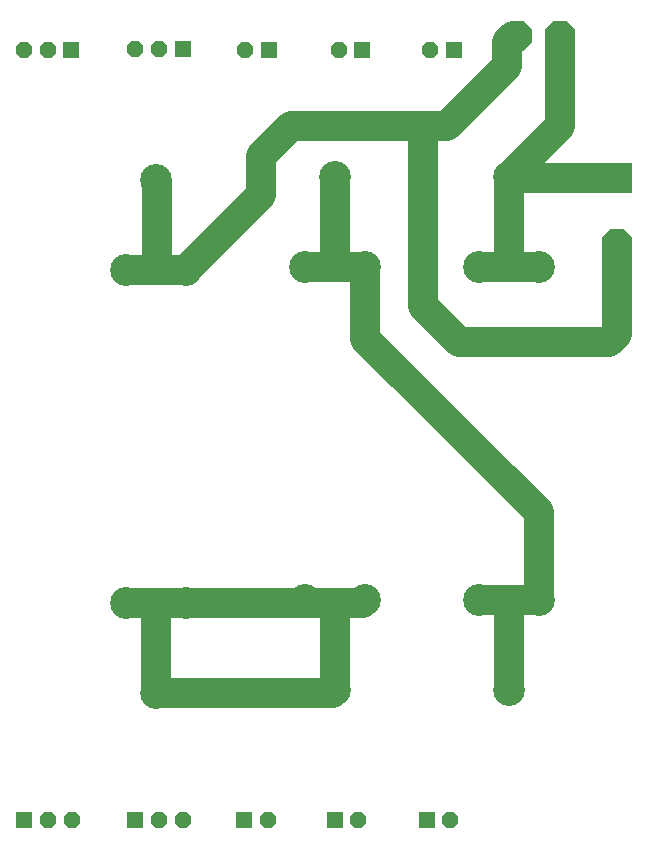
<source format=gbr>
G04 EAGLE Gerber RS-274X export*
G75*
%MOMM*%
%FSLAX34Y34*%
%LPD*%
%INBottom Copper*%
%IPPOS*%
%AMOC8*
5,1,8,0,0,1.08239X$1,22.5*%
G01*
%ADD10P,2.749271X8X292.500000*%
%ADD11R,2.540000X2.540000*%
%ADD12C,2.700000*%
%ADD13R,1.320800X1.320800*%
%ADD14P,1.429621X8X112.500000*%
%ADD15P,1.429621X8X292.500000*%
%ADD16P,2.749271X8X22.500000*%
%ADD17C,2.540000*%


D10*
X240370Y154582D03*
D11*
X240370Y209700D03*
D12*
X149250Y210720D03*
X174650Y134520D03*
X123850Y134520D03*
X174650Y-147290D03*
X123850Y-147290D03*
X149250Y-223490D03*
X2250Y210720D03*
X-23150Y134520D03*
X27650Y134520D03*
X-23150Y-147290D03*
X27650Y-147290D03*
X2250Y-223490D03*
X-149830Y-225652D03*
X-175230Y-149452D03*
X-124430Y-149452D03*
X-175230Y132358D03*
X-124430Y132358D03*
X-149830Y208558D03*
D13*
X79492Y-333756D03*
D14*
X99492Y-333756D03*
D13*
X102740Y318700D03*
D15*
X82740Y318700D03*
D13*
X-75020Y-333756D03*
D14*
X-55020Y-333756D03*
D13*
X-53940Y318584D03*
D15*
X-73940Y318584D03*
D13*
X1820Y-333756D03*
D14*
X21820Y-333756D03*
D13*
X24900Y318744D03*
D15*
X4900Y318744D03*
D13*
X-221484Y318528D03*
D15*
X-241484Y318528D03*
X-261484Y318528D03*
D13*
X-261108Y-333756D03*
D14*
X-241108Y-333756D03*
X-221108Y-333756D03*
D13*
X-127188Y318904D03*
D15*
X-147188Y318904D03*
X-167188Y318904D03*
D13*
X-167188Y-333756D03*
D14*
X-147188Y-333756D03*
X-127188Y-333756D03*
D16*
X192700Y330000D03*
X155890Y330270D03*
D17*
X0Y134520D02*
X-23150Y134520D01*
X0Y134520D02*
X27650Y134520D01*
X2250Y136770D02*
X2250Y210720D01*
X2250Y136770D02*
X0Y134520D01*
X27650Y134520D02*
X27650Y73950D01*
X174650Y-73050D02*
X174650Y-147290D01*
X174650Y-73050D02*
X27650Y73950D01*
X123850Y-147290D02*
X152400Y-147290D01*
X174650Y-147290D01*
X149250Y-150440D02*
X149250Y-223490D01*
X149250Y-150440D02*
X152400Y-147290D01*
X-148590Y-149452D02*
X-175230Y-149452D01*
X-148590Y-149452D02*
X-124430Y-149452D01*
X-25312Y-149452D01*
X-23150Y-147290D01*
X25488Y-149452D02*
X27650Y-147290D01*
X25488Y-149452D02*
X3810Y-149452D01*
X-25312Y-149452D01*
X2250Y-151012D02*
X2250Y-223490D01*
X2250Y-151012D02*
X3810Y-149452D01*
X-149830Y-150692D02*
X-149830Y-225652D01*
X-149830Y-150692D02*
X-148590Y-149452D01*
X-149830Y-225652D02*
X88Y-225652D01*
X2250Y-223490D01*
X-148590Y132358D02*
X-175230Y132358D01*
X-148590Y132358D02*
X-124430Y132358D01*
X-148590Y207318D02*
X-149830Y208558D01*
X-148590Y207318D02*
X-148590Y132358D01*
X-124430Y132358D02*
X-60960Y195828D01*
X-60960Y228600D01*
X-35560Y254000D01*
X96520Y254000D02*
X147320Y304800D01*
X147320Y325120D01*
X152470Y330270D01*
X155890Y330270D01*
X76200Y254000D02*
X-35560Y254000D01*
X76200Y254000D02*
X96520Y254000D01*
X76200Y254000D02*
X76200Y101600D01*
X106680Y71120D01*
X240370Y77810D02*
X240370Y154582D01*
X233680Y71120D02*
X106680Y71120D01*
X233680Y71120D02*
X240370Y77810D01*
X147320Y134520D02*
X123850Y134520D01*
X147320Y134520D02*
X174650Y134520D01*
X149250Y136450D02*
X149250Y210720D01*
X149250Y136450D02*
X147320Y134520D01*
X149250Y210720D02*
X192700Y254170D01*
X192700Y330000D01*
X150270Y209700D02*
X240370Y209700D01*
X150270Y209700D02*
X149250Y210720D01*
M02*

</source>
